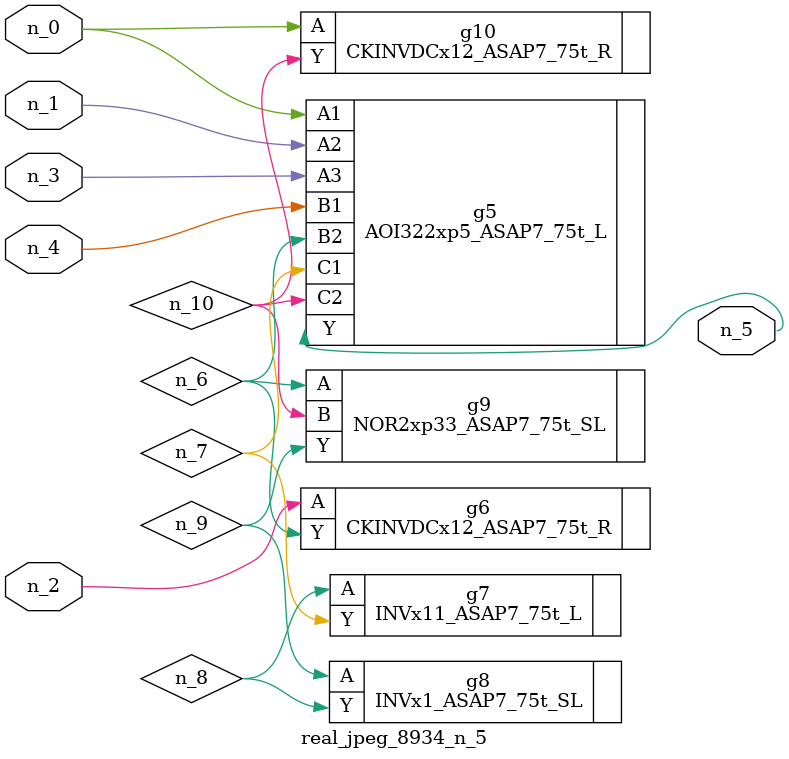
<source format=v>
module real_jpeg_8934_n_5 (n_4, n_0, n_1, n_2, n_3, n_5);

input n_4;
input n_0;
input n_1;
input n_2;
input n_3;

output n_5;

wire n_8;
wire n_6;
wire n_7;
wire n_10;
wire n_9;

AOI322xp5_ASAP7_75t_L g5 ( 
.A1(n_0),
.A2(n_1),
.A3(n_3),
.B1(n_4),
.B2(n_6),
.C1(n_7),
.C2(n_10),
.Y(n_5)
);

CKINVDCx12_ASAP7_75t_R g10 ( 
.A(n_0),
.Y(n_10)
);

CKINVDCx12_ASAP7_75t_R g6 ( 
.A(n_2),
.Y(n_6)
);

NOR2xp33_ASAP7_75t_SL g9 ( 
.A(n_6),
.B(n_10),
.Y(n_9)
);

INVx11_ASAP7_75t_L g7 ( 
.A(n_8),
.Y(n_7)
);

INVx1_ASAP7_75t_SL g8 ( 
.A(n_9),
.Y(n_8)
);


endmodule
</source>
